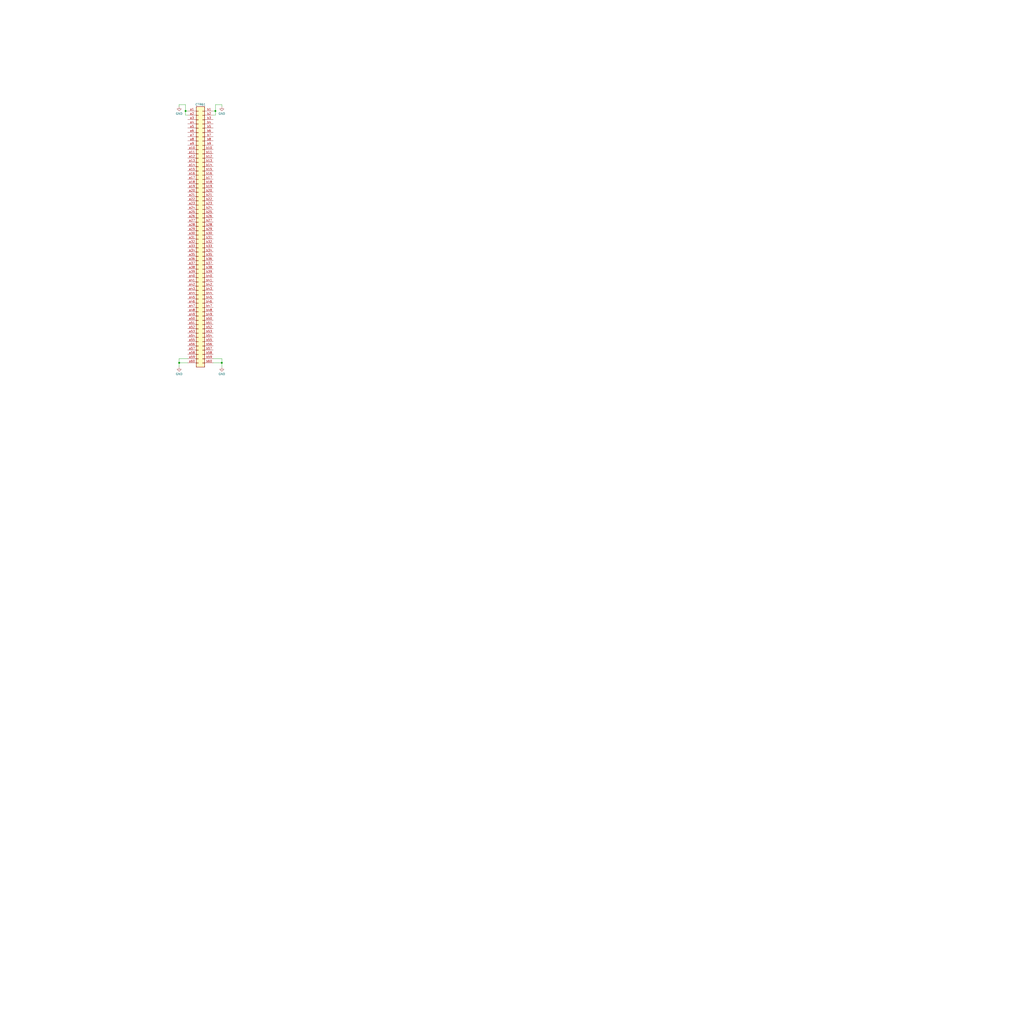
<source format=kicad_sch>
(kicad_sch (version 20230121) (generator eeschema)
  (paper "User" 600.837 609.371)
  (title_block (date "2023-08-15") (company "SNK") (comment 3 "Converted by Frater ") (comment 4 "NEO-GEO MVS MV1F") (comment 9 "https://github.com/Neo-Geo-Hardwares/Schematics-MV1F"))
  (lib_symbols
    (symbol "0-Custom-SNK:DIN41612_02x60_AB" (pin_names (offset 1.016) hide)
      (property "Reference" "J" (at -2.54 81.28 0))
      (property "Value" "DIN41612_02x60_AB" (at 0 -78.74 0))
      (symbol "DIN41612_02x60_AB_1_0"
        (pin passive line (at -7.62 -5.08 0) (length 5.08) (name "Pin_a33") (number "a33"))
        (pin passive line (at -7.62 -7.62 0) (length 5.08) (name "Pin_a34") (number "a34"))
        (pin passive line (at -7.62 -10.16 0) (length 5.08) (name "Pin_a35") (number "a35"))
        (pin passive line (at -7.62 -12.7 0) (length 5.08) (name "Pin_a36") (number "a36"))
        (pin passive line (at -7.62 -15.24 0) (length 5.08) (name "Pin_a37") (number "a37"))
        (pin passive line (at -7.62 -17.78 0) (length 5.08) (name "Pin_a38") (number "a38"))
        (pin passive line (at -7.62 -20.32 0) (length 5.08) (name "Pin_a39") (number "a39"))
        (pin passive line (at -7.62 -22.86 0) (length 5.08) (name "Pin_a40") (number "a40"))
        (pin passive line (at -7.62 -25.4 0) (length 5.08) (name "Pin_a41") (number "a41"))
        (pin passive line (at -7.62 -27.94 0) (length 5.08) (name "Pin_a42") (number "a42"))
        (pin passive line (at -7.62 -30.48 0) (length 5.08) (name "Pin_a43") (number "a43"))
        (pin passive line (at -7.62 -33.02 0) (length 5.08) (name "Pin_a44") (number "a44"))
        (pin passive line (at -7.62 -35.56 0) (length 5.08) (name "Pin_a45") (number "a45"))
        (pin passive line (at -7.62 -38.1 0) (length 5.08) (name "Pin_a46") (number "a46"))
        (pin passive line (at -7.62 -40.64 0) (length 5.08) (name "Pin_a47") (number "a47"))
        (pin passive line (at -7.62 -43.18 0) (length 5.08) (name "Pin_a48") (number "a48"))
        (pin passive line (at -7.62 -45.72 0) (length 5.08) (name "Pin_a49") (number "a49"))
        (pin passive line (at -7.62 -48.26 0) (length 5.08) (name "Pin_a50") (number "a50"))
        (pin passive line (at -7.62 -50.8 0) (length 5.08) (name "Pin_a51") (number "a51"))
        (pin passive line (at -7.62 -53.34 0) (length 5.08) (name "Pin_a52") (number "a52"))
        (pin passive line (at -7.62 -55.88 0) (length 5.08) (name "Pin_a53") (number "a53"))
        (pin passive line (at -7.62 -58.42 0) (length 5.08) (name "Pin_a54") (number "a54"))
        (pin passive line (at -7.62 -60.96 0) (length 5.08) (name "Pin_a55") (number "a55"))
        (pin passive line (at -7.62 -63.5 0) (length 5.08) (name "Pin_a56") (number "a56"))
        (pin passive line (at -7.62 -66.04 0) (length 5.08) (name "Pin_a57") (number "a57"))
        (pin passive line (at -7.62 -68.58 0) (length 5.08) (name "Pin_a58") (number "a58"))
        (pin passive line (at -7.62 -71.12 0) (length 5.08) (name "Pin_a59") (number "a59"))
        (pin passive line (at -7.62 -73.66 0) (length 5.08) (name "Pin_a60") (number "a60"))
        (pin passive line (at 7.62 -5.08 180) (length 5.08) (name "Pin_b33") (number "b33"))
        (pin passive line (at 7.62 -7.62 180) (length 5.08) (name "Pin_b34") (number "b34"))
        (pin passive line (at 7.62 -10.16 180) (length 5.08) (name "Pin_b35") (number "b35"))
        (pin passive line (at 7.62 -12.7 180) (length 5.08) (name "Pin_b36") (number "b36"))
        (pin passive line (at 7.62 -15.24 180) (length 5.08) (name "Pin_b37") (number "b37"))
        (pin passive line (at 7.62 -17.78 180) (length 5.08) (name "Pin_b38") (number "b38"))
        (pin passive line (at 7.62 -20.32 180) (length 5.08) (name "Pin_b39") (number "b39"))
        (pin passive line (at 7.62 -22.86 180) (length 5.08) (name "Pin_b40") (number "b40"))
        (pin passive line (at 7.62 -25.4 180) (length 5.08) (name "Pin_b41") (number "b41"))
        (pin passive line (at 7.62 -27.94 180) (length 5.08) (name "Pin_b42") (number "b42"))
        (pin passive line (at 7.62 -30.48 180) (length 5.08) (name "Pin_b43") (number "b43"))
        (pin passive line (at 7.62 -33.02 180) (length 5.08) (name "Pin_b44") (number "b44"))
        (pin passive line (at 7.62 -35.56 180) (length 5.08) (name "Pin_b45") (number "b45"))
        (pin passive line (at 7.62 -38.1 180) (length 5.08) (name "Pin_b46") (number "b46"))
        (pin passive line (at 7.62 -40.64 180) (length 5.08) (name "Pin_b47") (number "b47"))
        (pin passive line (at 7.62 -43.18 180) (length 5.08) (name "Pin_b48") (number "b48"))
        (pin passive line (at 7.62 -45.72 180) (length 5.08) (name "Pin_b49") (number "b49"))
        (pin passive line (at 7.62 -48.26 180) (length 5.08) (name "Pin_b50") (number "b50"))
        (pin passive line (at 7.62 -50.8 180) (length 5.08) (name "Pin_b51") (number "b51"))
        (pin passive line (at 7.62 -53.34 180) (length 5.08) (name "Pin_b52") (number "b52"))
        (pin passive line (at 7.62 -55.88 180) (length 5.08) (name "Pin_b53") (number "b53"))
        (pin passive line (at 7.62 -58.42 180) (length 5.08) (name "Pin_b54") (number "b54"))
        (pin passive line (at 7.62 -60.96 180) (length 5.08) (name "Pin_b55") (number "b55"))
        (pin passive line (at 7.62 -63.5 180) (length 5.08) (name "Pin_b56") (number "b56"))
        (pin passive line (at 7.62 -66.04 180) (length 5.08) (name "Pin_b57") (number "b57"))
        (pin passive line (at 7.62 -68.58 180) (length 5.08) (name "Pin_b58") (number "b58"))
        (pin passive line (at 7.62 -71.12 180) (length 5.08) (name "Pin_b59") (number "b59"))
        (pin passive line (at 7.62 -73.66 180) (length 5.08) (name "Pin_b60") (number "b60"))
      )
      (symbol "DIN41612_02x60_AB_1_1"
        (rectangle (start -2.54 -73.66) (end -1.27 -73.914) (stroke (width 0.1524)))
        (rectangle (start -2.54 -71.12) (end -1.27 -71.374) (stroke (width 0.1524)))
        (rectangle (start -2.54 -68.58) (end -1.27 -68.834) (stroke (width 0.1524)))
        (rectangle (start -2.54 -66.04) (end -1.27 -66.294) (stroke (width 0.1524)))
        (rectangle (start -2.54 -63.5) (end -1.27 -63.754) (stroke (width 0.1524)))
        (rectangle (start -2.54 -60.96) (end -1.27 -61.214) (stroke (width 0.1524)))
        (rectangle (start -2.54 -58.42) (end -1.27 -58.674) (stroke (width 0.1524)))
        (rectangle (start -2.54 -55.88) (end -1.27 -56.134) (stroke (width 0.1524)))
        (rectangle (start -2.54 -53.34) (end -1.27 -53.594) (stroke (width 0.1524)))
        (rectangle (start -2.54 -50.8) (end -1.27 -51.054) (stroke (width 0.1524)))
        (rectangle (start -2.54 -48.26) (end -1.27 -48.514) (stroke (width 0.1524)))
        (rectangle (start -2.54 -45.72) (end -1.27 -45.974) (stroke (width 0.1524)))
        (rectangle (start -2.54 -43.18) (end -1.27 -43.434) (stroke (width 0.1524)))
        (rectangle (start -2.54 -40.64) (end -1.27 -40.894) (stroke (width 0.1524)))
        (rectangle (start -2.54 -38.1) (end -1.27 -38.354) (stroke (width 0.1524)))
        (rectangle (start -2.54 -35.56) (end -1.27 -35.814) (stroke (width 0.1524)))
        (rectangle (start -2.54 -33.02) (end -1.27 -33.274) (stroke (width 0.1524)))
        (rectangle (start -2.54 -30.48) (end -1.27 -30.734) (stroke (width 0.1524)))
        (rectangle (start -2.54 -27.94) (end -1.27 -28.194) (stroke (width 0.1524)))
        (rectangle (start -2.54 -25.4) (end -1.27 -25.654) (stroke (width 0.1524)))
        (rectangle (start -2.54 -22.86) (end -1.27 -23.114) (stroke (width 0.1524)))
        (rectangle (start -2.54 -20.32) (end -1.27 -20.574) (stroke (width 0.1524)))
        (rectangle (start -2.54 -17.78) (end -1.27 -18.034) (stroke (width 0.1524)))
        (rectangle (start -2.54 -15.24) (end -1.27 -15.494) (stroke (width 0.1524)))
        (rectangle (start -2.54 -12.7) (end -1.27 -12.954) (stroke (width 0.1524)))
        (rectangle (start -2.54 -10.16) (end -1.27 -10.414) (stroke (width 0.1524)))
        (rectangle (start -2.54 -7.62) (end -1.27 -7.874) (stroke (width 0.1524)))
        (rectangle (start -2.54 -5.08) (end -1.27 -5.334) (stroke (width 0.1524)))
        (rectangle (start -2.54 -2.54) (end -1.27 -2.794) (stroke (width 0.1524)))
        (rectangle (start -2.54 0) (end -1.27 -0.254) (stroke (width 0.1524)))
        (rectangle (start -2.54 2.54) (end -1.27 2.286) (stroke (width 0.1524)))
        (rectangle (start -2.54 5.08) (end -1.27 4.826) (stroke (width 0.1524)))
        (rectangle (start -2.54 7.62) (end -1.27 7.366) (stroke (width 0.1524)))
        (rectangle (start -2.54 10.16) (end -1.27 9.906) (stroke (width 0.1524)))
        (rectangle (start -2.54 12.7) (end -1.27 12.446) (stroke (width 0.1524)))
        (rectangle (start -2.54 15.24) (end -1.27 14.986) (stroke (width 0.1524)))
        (rectangle (start -2.54 17.78) (end -1.27 17.526) (stroke (width 0.1524)))
        (rectangle (start -2.54 20.32) (end -1.27 20.066) (stroke (width 0.1524)))
        (rectangle (start -2.54 22.86) (end -1.27 22.606) (stroke (width 0.1524)))
        (rectangle (start -2.54 25.4) (end -1.27 25.146) (stroke (width 0.1524)))
        (rectangle (start -2.54 27.94) (end -1.27 27.686) (stroke (width 0.1524)))
        (rectangle (start -2.54 30.48) (end -1.27 30.226) (stroke (width 0.1524)))
        (rectangle (start -2.54 33.02) (end -1.27 32.766) (stroke (width 0.1524)))
        (rectangle (start -2.54 35.56) (end -1.27 35.306) (stroke (width 0.1524)))
        (rectangle (start -2.54 38.1) (end -1.27 37.846) (stroke (width 0.1524)))
        (rectangle (start -2.54 40.64) (end -1.27 40.386) (stroke (width 0.1524)))
        (rectangle (start -2.54 43.18) (end -1.27 42.926) (stroke (width 0.1524)))
        (rectangle (start -2.54 45.72) (end -1.27 45.466) (stroke (width 0.1524)))
        (rectangle (start -2.54 48.26) (end -1.27 48.006) (stroke (width 0.1524)))
        (rectangle (start -2.54 50.8) (end -1.27 50.546) (stroke (width 0.1524)))
        (rectangle (start -2.54 53.34) (end -1.27 53.086) (stroke (width 0.1524)))
        (rectangle (start -2.54 55.88) (end -1.27 55.626) (stroke (width 0.1524)))
        (rectangle (start -2.54 58.42) (end -1.27 58.166) (stroke (width 0.1524)))
        (rectangle (start -2.54 60.96) (end -1.27 60.706) (stroke (width 0.1524)))
        (rectangle (start -2.54 63.5) (end -1.27 63.246) (stroke (width 0.1524)))
        (rectangle (start -2.54 66.04) (end -1.27 65.786) (stroke (width 0.1524)))
        (rectangle (start -2.54 68.58) (end -1.27 68.326) (stroke (width 0.1524)))
        (rectangle (start -2.54 71.12) (end -1.27 70.866) (stroke (width 0.1524)))
        (rectangle (start -2.54 73.66) (end -1.27 73.406) (stroke (width 0.1524)))
        (rectangle (start -2.54 76.2) (end -1.27 75.946) (stroke (width 0.1524)))
        (rectangle (start -2.54 78.74) (end 2.54 -76.2) (stroke (width 0.254)) (fill (type background)))
        (rectangle (start 2.54 -73.66) (end 1.27 -73.914) (stroke (width 0.1524)))
        (rectangle (start 2.54 -71.12) (end 1.27 -71.374) (stroke (width 0.1524)))
        (rectangle (start 2.54 -68.58) (end 1.27 -68.834) (stroke (width 0.1524)))
        (rectangle (start 2.54 -66.04) (end 1.27 -66.294) (stroke (width 0.1524)))
        (rectangle (start 2.54 -63.5) (end 1.27 -63.754) (stroke (width 0.1524)))
        (rectangle (start 2.54 -60.96) (end 1.27 -61.214) (stroke (width 0.1524)))
        (rectangle (start 2.54 -58.42) (end 1.27 -58.674) (stroke (width 0.1524)))
        (rectangle (start 2.54 -55.88) (end 1.27 -56.134) (stroke (width 0.1524)))
        (rectangle (start 2.54 -53.34) (end 1.27 -53.594) (stroke (width 0.1524)))
        (rectangle (start 2.54 -50.8) (end 1.27 -51.054) (stroke (width 0.1524)))
        (rectangle (start 2.54 -48.26) (end 1.27 -48.514) (stroke (width 0.1524)))
        (rectangle (start 2.54 -45.72) (end 1.27 -45.974) (stroke (width 0.1524)))
        (rectangle (start 2.54 -43.18) (end 1.27 -43.434) (stroke (width 0.1524)))
        (rectangle (start 2.54 -40.64) (end 1.27 -40.894) (stroke (width 0.1524)))
        (rectangle (start 2.54 -38.1) (end 1.27 -38.354) (stroke (width 0.1524)))
        (rectangle (start 2.54 -35.56) (end 1.27 -35.814) (stroke (width 0.1524)))
        (rectangle (start 2.54 -33.02) (end 1.27 -33.274) (stroke (width 0.1524)))
        (rectangle (start 2.54 -30.48) (end 1.27 -30.734) (stroke (width 0.1524)))
        (rectangle (start 2.54 -27.94) (end 1.27 -28.194) (stroke (width 0.1524)))
        (rectangle (start 2.54 -25.4) (end 1.27 -25.654) (stroke (width 0.1524)))
        (rectangle (start 2.54 -22.86) (end 1.27 -23.114) (stroke (width 0.1524)))
        (rectangle (start 2.54 -20.32) (end 1.27 -20.574) (stroke (width 0.1524)))
        (rectangle (start 2.54 -17.78) (end 1.27 -18.034) (stroke (width 0.1524)))
        (rectangle (start 2.54 -15.24) (end 1.27 -15.494) (stroke (width 0.1524)))
        (rectangle (start 2.54 -12.7) (end 1.27 -12.954) (stroke (width 0.1524)))
        (rectangle (start 2.54 -10.16) (end 1.27 -10.414) (stroke (width 0.1524)))
        (rectangle (start 2.54 -7.62) (end 1.27 -7.874) (stroke (width 0.1524)))
        (rectangle (start 2.54 -5.08) (end 1.27 -5.334) (stroke (width 0.1524)))
        (rectangle (start 2.54 -2.54) (end 1.27 -2.794) (stroke (width 0.1524)))
        (rectangle (start 2.54 0) (end 1.27 -0.254) (stroke (width 0.1524)))
        (rectangle (start 2.54 2.54) (end 1.27 2.286) (stroke (width 0.1524)))
        (rectangle (start 2.54 5.08) (end 1.27 4.826) (stroke (width 0.1524)))
        (rectangle (start 2.54 7.62) (end 1.27 7.366) (stroke (width 0.1524)))
        (rectangle (start 2.54 10.16) (end 1.27 9.906) (stroke (width 0.1524)))
        (rectangle (start 2.54 12.7) (end 1.27 12.446) (stroke (width 0.1524)))
        (rectangle (start 2.54 15.24) (end 1.27 14.986) (stroke (width 0.1524)))
        (rectangle (start 2.54 17.78) (end 1.27 17.526) (stroke (width 0.1524)))
        (rectangle (start 2.54 20.32) (end 1.27 20.066) (stroke (width 0.1524)))
        (rectangle (start 2.54 22.86) (end 1.27 22.606) (stroke (width 0.1524)))
        (rectangle (start 2.54 25.4) (end 1.27 25.146) (stroke (width 0.1524)))
        (rectangle (start 2.54 27.94) (end 1.27 27.686) (stroke (width 0.1524)))
        (rectangle (start 2.54 30.48) (end 1.27 30.226) (stroke (width 0.1524)))
        (rectangle (start 2.54 33.02) (end 1.27 32.766) (stroke (width 0.1524)))
        (rectangle (start 2.54 35.56) (end 1.27 35.306) (stroke (width 0.1524)))
        (rectangle (start 2.54 38.1) (end 1.27 37.846) (stroke (width 0.1524)))
        (rectangle (start 2.54 40.64) (end 1.27 40.386) (stroke (width 0.1524)))
        (rectangle (start 2.54 43.18) (end 1.27 42.926) (stroke (width 0.1524)))
        (rectangle (start 2.54 45.72) (end 1.27 45.466) (stroke (width 0.1524)))
        (rectangle (start 2.54 48.26) (end 1.27 48.006) (stroke (width 0.1524)))
        (rectangle (start 2.54 50.8) (end 1.27 50.546) (stroke (width 0.1524)))
        (rectangle (start 2.54 53.34) (end 1.27 53.086) (stroke (width 0.1524)))
        (rectangle (start 2.54 55.88) (end 1.27 55.626) (stroke (width 0.1524)))
        (rectangle (start 2.54 58.42) (end 1.27 58.166) (stroke (width 0.1524)))
        (rectangle (start 2.54 60.96) (end 1.27 60.706) (stroke (width 0.1524)))
        (rectangle (start 2.54 63.5) (end 1.27 63.246) (stroke (width 0.1524)))
        (rectangle (start 2.54 66.04) (end 1.27 65.786) (stroke (width 0.1524)))
        (rectangle (start 2.54 68.58) (end 1.27 68.326) (stroke (width 0.1524)))
        (rectangle (start 2.54 71.12) (end 1.27 70.866) (stroke (width 0.1524)))
        (rectangle (start 2.54 73.66) (end 1.27 73.406) (stroke (width 0.1524)))
        (rectangle (start 2.54 76.2) (end 1.27 75.946) (stroke (width 0.1524)))
        (pin passive line (at -7.62 76.2 0) (length 5.08) (name "Pin_a1") (number "a1"))
        (pin passive line (at -7.62 53.34 0) (length 5.08) (name "Pin_a10") (number "a10"))
        (pin passive line (at -7.62 50.8 0) (length 5.08) (name "Pin_a11") (number "a11"))
        (pin passive line (at -7.62 48.26 0) (length 5.08) (name "Pin_a12") (number "a12"))
        (pin passive line (at -7.62 45.72 0) (length 5.08) (name "Pin_a13") (number "a13"))
        (pin passive line (at -7.62 43.18 0) (length 5.08) (name "Pin_a14") (number "a14"))
        (pin passive line (at -7.62 40.64 0) (length 5.08) (name "Pin_a15") (number "a15"))
        (pin passive line (at -7.62 38.1 0) (length 5.08) (name "Pin_a16") (number "a16"))
        (pin passive line (at -7.62 35.56 0) (length 5.08) (name "Pin_a17") (number "a17"))
        (pin passive line (at -7.62 33.02 0) (length 5.08) (name "Pin_a18") (number "a18"))
        (pin passive line (at -7.62 30.48 0) (length 5.08) (name "Pin_a19") (number "a19"))
        (pin passive line (at -7.62 73.66 0) (length 5.08) (name "Pin_a2") (number "a2"))
        (pin passive line (at -7.62 27.94 0) (length 5.08) (name "Pin_a20") (number "a20"))
        (pin passive line (at -7.62 25.4 0) (length 5.08) (name "Pin_a21") (number "a21"))
        (pin passive line (at -7.62 22.86 0) (length 5.08) (name "Pin_a22") (number "a22"))
        (pin passive line (at -7.62 20.32 0) (length 5.08) (name "Pin_a23") (number "a23"))
        (pin passive line (at -7.62 17.78 0) (length 5.08) (name "Pin_a24") (number "a24"))
        (pin passive line (at -7.62 15.24 0) (length 5.08) (name "Pin_a25") (number "a25"))
        (pin passive line (at -7.62 12.7 0) (length 5.08) (name "Pin_a26") (number "a26"))
        (pin passive line (at -7.62 10.16 0) (length 5.08) (name "Pin_a27") (number "a27"))
        (pin passive line (at -7.62 7.62 0) (length 5.08) (name "Pin_a28") (number "a28"))
        (pin passive line (at -7.62 5.08 0) (length 5.08) (name "Pin_a29") (number "a29"))
        (pin passive line (at -7.62 71.12 0) (length 5.08) (name "Pin_a3") (number "a3"))
        (pin passive line (at -7.62 2.54 0) (length 5.08) (name "Pin_a30") (number "a30"))
        (pin passive line (at -7.62 0 0) (length 5.08) (name "Pin_a31") (number "a31"))
        (pin passive line (at -7.62 -2.54 0) (length 5.08) (name "Pin_a32") (number "a32"))
        (pin passive line (at -7.62 68.58 0) (length 5.08) (name "Pin_a4") (number "a4"))
        (pin passive line (at -7.62 66.04 0) (length 5.08) (name "Pin_a5") (number "a5"))
        (pin passive line (at -7.62 63.5 0) (length 5.08) (name "Pin_a6") (number "a6"))
        (pin passive line (at -7.62 60.96 0) (length 5.08) (name "Pin_a7") (number "a7"))
        (pin passive line (at -7.62 58.42 0) (length 5.08) (name "Pin_a8") (number "a8"))
        (pin passive line (at -7.62 55.88 0) (length 5.08) (name "Pin_a9") (number "a9"))
        (pin passive line (at 7.62 76.2 180) (length 5.08) (name "Pin_b1") (number "b1"))
        (pin passive line (at 7.62 53.34 180) (length 5.08) (name "Pin_b10") (number "b10"))
        (pin passive line (at 7.62 50.8 180) (length 5.08) (name "Pin_b11") (number "b11"))
        (pin passive line (at 7.62 48.26 180) (length 5.08) (name "Pin_b12") (number "b12"))
        (pin passive line (at 7.62 45.72 180) (length 5.08) (name "Pin_b13") (number "b13"))
        (pin passive line (at 7.62 43.18 180) (length 5.08) (name "Pin_b14") (number "b14"))
        (pin passive line (at 7.62 40.64 180) (length 5.08) (name "Pin_b15") (number "b15"))
        (pin passive line (at 7.62 38.1 180) (length 5.08) (name "Pin_b16") (number "b16"))
        (pin passive line (at 7.62 35.56 180) (length 5.08) (name "Pin_b17") (number "b17"))
        (pin passive line (at 7.62 33.02 180) (length 5.08) (name "Pin_b18") (number "b18"))
        (pin passive line (at 7.62 30.48 180) (length 5.08) (name "Pin_b19") (number "b19"))
        (pin passive line (at 7.62 73.66 180) (length 5.08) (name "Pin_b2") (number "b2"))
        (pin passive line (at 7.62 27.94 180) (length 5.08) (name "Pin_b20") (number "b20"))
        (pin passive line (at 7.62 25.4 180) (length 5.08) (name "Pin_b21") (number "b21"))
        (pin passive line (at 7.62 22.86 180) (length 5.08) (name "Pin_b22") (number "b22"))
        (pin passive line (at 7.62 20.32 180) (length 5.08) (name "Pin_b23") (number "b23"))
        (pin passive line (at 7.62 17.78 180) (length 5.08) (name "Pin_b24") (number "b24"))
        (pin passive line (at 7.62 15.24 180) (length 5.08) (name "Pin_b25") (number "b25"))
        (pin passive line (at 7.62 12.7 180) (length 5.08) (name "Pin_b26") (number "b26"))
        (pin passive line (at 7.62 10.16 180) (length 5.08) (name "Pin_b27") (number "b27"))
        (pin passive line (at 7.62 7.62 180) (length 5.08) (name "Pin_b28") (number "b28"))
        (pin passive line (at 7.62 5.08 180) (length 5.08) (name "Pin_b29") (number "b29"))
        (pin passive line (at 7.62 71.12 180) (length 5.08) (name "Pin_b3") (number "b3"))
        (pin passive line (at 7.62 2.54 180) (length 5.08) (name "Pin_b30") (number "b30"))
        (pin passive line (at 7.62 0 180) (length 5.08) (name "Pin_b31") (number "b31"))
        (pin passive line (at 7.62 -2.54 180) (length 5.08) (name "Pin_b32") (number "b32"))
        (pin passive line (at 7.62 68.58 180) (length 5.08) (name "Pin_b4") (number "b4"))
        (pin passive line (at 7.62 66.04 180) (length 5.08) (name "Pin_b5") (number "b5"))
        (pin passive line (at 7.62 63.5 180) (length 5.08) (name "Pin_b6") (number "b6"))
        (pin passive line (at 7.62 60.96 180) (length 5.08) (name "Pin_b7") (number "b7"))
        (pin passive line (at 7.62 58.42 180) (length 5.08) (name "Pin_b8") (number "b8"))
        (pin passive line (at 7.62 55.88 180) (length 5.08) (name "Pin_b9") (number "b9"))
      )
    )
    (symbol "power:GND" (power) (pin_names (offset 0))
      (property "Value" "GND" (at 0 -3.81 0))
      (symbol "GND_0_1"
        (polyline (pts (xy 0 0) (xy 0 -1.27) (xy 1.27 -1.27) (xy 0 -2.54) (xy -1.27 -1.27) (xy 0 -1.27)))
      )
      (symbol "GND_1_1"
        (pin power_in line (at 0 0 270) (length 0) hide (name "GND") (number "1"))
      )
    )
  )
  (junction (at 106.68 215.9))
  (junction (at 128.27 66.04))
  (junction (at 110.49 66.04))
  (junction (at 132.08 215.9))
  (wire (pts (xy 106.68 213.36) (xy 106.68 215.9)))
  (wire (pts (xy 132.08 215.9) (xy 132.08 218.44)))
  (wire (pts (xy 132.08 63.5) (xy 132.08 62.23)))
  (wire (pts (xy 128.27 62.23) (xy 128.27 66.04)))
  (wire (pts (xy 110.49 68.58) (xy 110.49 66.04)))
  (wire (pts (xy 110.49 62.23) (xy 106.68 62.23)))
  (wire (pts (xy 127 213.36) (xy 132.08 213.36)))
  (wire (pts (xy 106.68 62.23) (xy 106.68 63.5)))
  (wire (pts (xy 106.68 215.9) (xy 111.76 215.9)))
  (wire (pts (xy 111.76 213.36) (xy 106.68 213.36)))
  (wire (pts (xy 128.27 68.58) (xy 128.27 66.04)))
  (wire (pts (xy 127 68.58) (xy 128.27 68.58)))
  (wire (pts (xy 110.49 66.04) (xy 111.76 66.04)))
  (wire (pts (xy 132.08 213.36) (xy 132.08 215.9)))
  (wire (pts (xy 132.08 62.23) (xy 128.27 62.23)))
  (wire (pts (xy 127 215.9) (xy 132.08 215.9)))
  (wire (pts (xy 106.68 215.9) (xy 106.68 218.44)))
  (wire (pts (xy 110.49 66.04) (xy 110.49 62.23)))
  (wire (pts (xy 128.27 66.04) (xy 127 66.04)))
  (wire (pts (xy 111.76 68.58) (xy 110.49 68.58)))
  (symbol (lib_id "power:GND") (at 132.08 63.5 0) (unit 1)
    (property "Reference" "#PWR0153" (effects hide))
    (property "Value" "GND" (at 132.08 67.6331 0))
  )
  (symbol (lib_id "power:GND") (at 106.68 218.44 0) (unit 1)
    (property "Reference" "#PWR0154" (effects hide))
    (property "Value" "GND" (at 106.68 222.5731 0))
  )
  (symbol (lib_id "0-Custom-SNK:DIN41612_02x60_AB") (at 119.38 142.24 0) (unit 1)
    (property "Reference" "CTR61" (at 119.38 62.23 0))
    (property "Value" "DIN41612_02x60_AB" (effects hide))
  )
  (symbol (lib_id "power:GND") (at 106.68 63.5 0) (unit 1)
    (property "Reference" "#PWR0148" (effects hide))
    (property "Value" "GND" (at 106.68 67.6331 0))
  )
  (symbol (lib_id "power:GND") (at 132.08 218.44 0) (unit 1)
    (property "Reference" "#PWR0155" (effects hide))
    (property "Value" "GND" (at 132.08 222.5731 0))
  )
)
</source>
